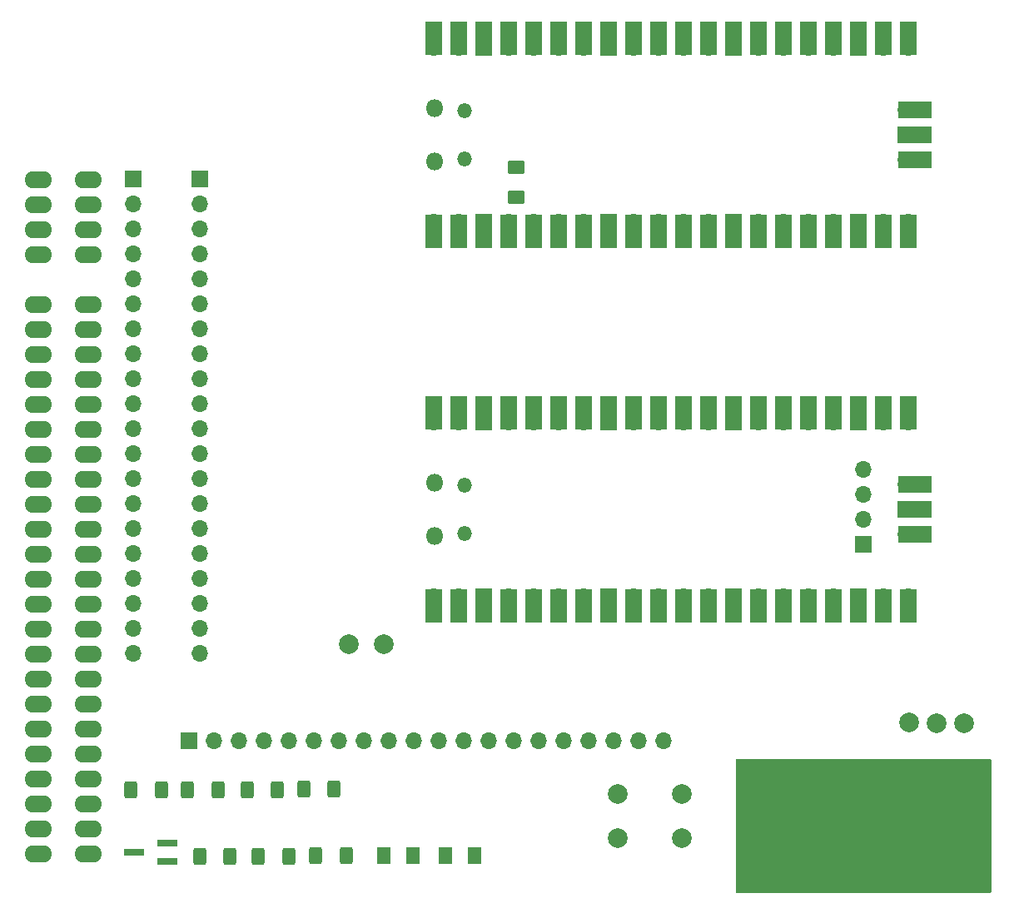
<source format=gbs>
%TF.GenerationSoftware,KiCad,Pcbnew,6.0.11-2627ca5db0~126~ubuntu22.04.1*%
%TF.CreationDate,2024-03-13T14:52:50+00:00*%
%TF.ProjectId,zx-spectrum-diagnostics,7a782d73-7065-4637-9472-756d2d646961,1.2*%
%TF.SameCoordinates,Original*%
%TF.FileFunction,Soldermask,Bot*%
%TF.FilePolarity,Negative*%
%FSLAX46Y46*%
G04 Gerber Fmt 4.6, Leading zero omitted, Abs format (unit mm)*
G04 Created by KiCad (PCBNEW 6.0.11-2627ca5db0~126~ubuntu22.04.1) date 2024-03-13 14:52:50*
%MOMM*%
%LPD*%
G01*
G04 APERTURE LIST*
G04 Aperture macros list*
%AMRoundRect*
0 Rectangle with rounded corners*
0 $1 Rounding radius*
0 $2 $3 $4 $5 $6 $7 $8 $9 X,Y pos of 4 corners*
0 Add a 4 corners polygon primitive as box body*
4,1,4,$2,$3,$4,$5,$6,$7,$8,$9,$2,$3,0*
0 Add four circle primitives for the rounded corners*
1,1,$1+$1,$2,$3*
1,1,$1+$1,$4,$5*
1,1,$1+$1,$6,$7*
1,1,$1+$1,$8,$9*
0 Add four rect primitives between the rounded corners*
20,1,$1+$1,$2,$3,$4,$5,0*
20,1,$1+$1,$4,$5,$6,$7,0*
20,1,$1+$1,$6,$7,$8,$9,0*
20,1,$1+$1,$8,$9,$2,$3,0*%
G04 Aperture macros list end*
%ADD10C,2.000000*%
%ADD11R,1.700000X1.700000*%
%ADD12O,1.700000X1.700000*%
%ADD13O,2.800000X1.727200*%
%ADD14RoundRect,0.250000X-0.400000X-0.625000X0.400000X-0.625000X0.400000X0.625000X-0.400000X0.625000X0*%
%ADD15RoundRect,0.250000X0.400000X0.625000X-0.400000X0.625000X-0.400000X-0.625000X0.400000X-0.625000X0*%
%ADD16R,2.000000X0.650000*%
%ADD17RoundRect,0.250001X0.462499X0.624999X-0.462499X0.624999X-0.462499X-0.624999X0.462499X-0.624999X0*%
%ADD18RoundRect,0.250001X0.624999X-0.462499X0.624999X0.462499X-0.624999X0.462499X-0.624999X-0.462499X0*%
%ADD19O,1.800000X1.800000*%
%ADD20O,1.500000X1.500000*%
%ADD21R,1.700000X3.500000*%
%ADD22R,3.500000X1.700000*%
G04 APERTURE END LIST*
D10*
%TO.C,*%
X109220000Y-128778000D03*
%TD*%
%TO.C,*%
X166270000Y-136750000D03*
%TD*%
%TO.C,*%
X171850000Y-136810000D03*
%TD*%
D11*
%TO.C,J101*%
X161544000Y-118608000D03*
D12*
X161544000Y-116068000D03*
X161544000Y-113528000D03*
X161544000Y-110988000D03*
%TD*%
D10*
%TO.C,SW101*%
X143138000Y-148524000D03*
X136638000Y-148524000D03*
X136638000Y-144024000D03*
X143138000Y-144024000D03*
%TD*%
D13*
%TO.C,Z101*%
X82738000Y-81504000D03*
X82738000Y-84044000D03*
X82738000Y-86584000D03*
X82738000Y-89124000D03*
X82738000Y-94204000D03*
X82738000Y-96744000D03*
X82738000Y-99284000D03*
X82738000Y-101824000D03*
X82738000Y-104364000D03*
X82738000Y-106904000D03*
X82738000Y-109444000D03*
X82738000Y-111984000D03*
X82738000Y-114524000D03*
X82738000Y-117064000D03*
X82738000Y-119604000D03*
X82738000Y-122144000D03*
X82738000Y-124684000D03*
X82738000Y-127224000D03*
X82738000Y-129764000D03*
X82738000Y-132304000D03*
X82738000Y-134844000D03*
X82738000Y-137384000D03*
X82738000Y-139924000D03*
X82738000Y-142464000D03*
X82738000Y-145004000D03*
X82738000Y-147544000D03*
X82738000Y-150084000D03*
X77658000Y-81504000D03*
X77658000Y-84044000D03*
X77658000Y-86584000D03*
X77658000Y-89124000D03*
X77658000Y-94204000D03*
X77658000Y-96744000D03*
X77658000Y-99284000D03*
X77658000Y-101824000D03*
X77658000Y-104364000D03*
X77658000Y-106904000D03*
X77658000Y-109444000D03*
X77658000Y-111984000D03*
X77658000Y-114524000D03*
X77658000Y-117064000D03*
X77658000Y-119604000D03*
X77658000Y-122144000D03*
X77658000Y-124684000D03*
X77658000Y-127224000D03*
X77658000Y-129764000D03*
X77658000Y-132304000D03*
X77658000Y-134844000D03*
X77658000Y-137384000D03*
X77658000Y-139924000D03*
X77658000Y-142464000D03*
X77658000Y-145004000D03*
X77658000Y-147544000D03*
X77658000Y-150084000D03*
%TD*%
D10*
%TO.C,*%
X169050000Y-136800000D03*
%TD*%
%TO.C,*%
X112776000Y-128778000D03*
%TD*%
D11*
%TO.C,J203*%
X87285000Y-81470000D03*
D12*
X87285000Y-84010000D03*
X87285000Y-86550000D03*
X87285000Y-89090000D03*
X87285000Y-91630000D03*
X87285000Y-94170000D03*
X87285000Y-96710000D03*
X87285000Y-99250000D03*
X87285000Y-101790000D03*
X87285000Y-104330000D03*
X87285000Y-106870000D03*
X87285000Y-109410000D03*
X87285000Y-111950000D03*
X87285000Y-114490000D03*
X87285000Y-117030000D03*
X87285000Y-119570000D03*
X87285000Y-122110000D03*
X87285000Y-124650000D03*
X87285000Y-127190000D03*
X87285000Y-129730000D03*
%TD*%
D14*
%TO.C,R106*%
X92820000Y-143560000D03*
X95920000Y-143560000D03*
%TD*%
D15*
%TO.C,R101*%
X103140000Y-150330000D03*
X100040000Y-150330000D03*
%TD*%
D11*
%TO.C,J202*%
X92990000Y-138565000D03*
D12*
X95530000Y-138565000D03*
X98070000Y-138565000D03*
X100610000Y-138565000D03*
X103150000Y-138565000D03*
X105690000Y-138565000D03*
X108230000Y-138565000D03*
X110770000Y-138565000D03*
X113310000Y-138565000D03*
X115850000Y-138565000D03*
X118390000Y-138565000D03*
X120930000Y-138565000D03*
X123470000Y-138565000D03*
X126010000Y-138565000D03*
X128550000Y-138565000D03*
X131090000Y-138565000D03*
X133630000Y-138565000D03*
X136170000Y-138565000D03*
X138710000Y-138565000D03*
X141250000Y-138565000D03*
%TD*%
D16*
%TO.C,Q101*%
X90790000Y-148980000D03*
X90790000Y-150880000D03*
X87370000Y-149930000D03*
%TD*%
D17*
%TO.C,D102*%
X115747500Y-150290000D03*
X112772500Y-150290000D03*
%TD*%
D14*
%TO.C,R102*%
X105900000Y-150320000D03*
X109000000Y-150320000D03*
%TD*%
D15*
%TO.C,R103*%
X101990000Y-143590000D03*
X98890000Y-143590000D03*
%TD*%
%TO.C,R107*%
X97170000Y-150370000D03*
X94070000Y-150370000D03*
%TD*%
D18*
%TO.C,D101*%
X126238000Y-83275500D03*
X126238000Y-80300500D03*
%TD*%
D19*
%TO.C,U102*%
X117986000Y-74237000D03*
D20*
X121016000Y-79387000D03*
X121016000Y-74537000D03*
D19*
X117986000Y-79687000D03*
D21*
X117856000Y-67172000D03*
D12*
X117856000Y-68072000D03*
X120396000Y-68072000D03*
D21*
X120396000Y-67172000D03*
D11*
X122936000Y-68072000D03*
D21*
X122936000Y-67172000D03*
X125476000Y-67172000D03*
D12*
X125476000Y-68072000D03*
D21*
X128016000Y-67172000D03*
D12*
X128016000Y-68072000D03*
D21*
X130556000Y-67172000D03*
D12*
X130556000Y-68072000D03*
X133096000Y-68072000D03*
D21*
X133096000Y-67172000D03*
X135636000Y-67172000D03*
D11*
X135636000Y-68072000D03*
D12*
X138176000Y-68072000D03*
D21*
X138176000Y-67172000D03*
D12*
X140716000Y-68072000D03*
D21*
X140716000Y-67172000D03*
D12*
X143256000Y-68072000D03*
D21*
X143256000Y-67172000D03*
X145796000Y-67172000D03*
D12*
X145796000Y-68072000D03*
D11*
X148336000Y-68072000D03*
D21*
X148336000Y-67172000D03*
X150876000Y-67172000D03*
D12*
X150876000Y-68072000D03*
D21*
X153416000Y-67172000D03*
D12*
X153416000Y-68072000D03*
D21*
X155956000Y-67172000D03*
D12*
X155956000Y-68072000D03*
X158496000Y-68072000D03*
D21*
X158496000Y-67172000D03*
D11*
X161036000Y-68072000D03*
D21*
X161036000Y-67172000D03*
D12*
X163576000Y-68072000D03*
D21*
X163576000Y-67172000D03*
X166116000Y-67172000D03*
D12*
X166116000Y-68072000D03*
X166116000Y-85852000D03*
D21*
X166116000Y-86752000D03*
D12*
X163576000Y-85852000D03*
D21*
X163576000Y-86752000D03*
X161036000Y-86752000D03*
D11*
X161036000Y-85852000D03*
D21*
X158496000Y-86752000D03*
D12*
X158496000Y-85852000D03*
D21*
X155956000Y-86752000D03*
D12*
X155956000Y-85852000D03*
D21*
X153416000Y-86752000D03*
D12*
X153416000Y-85852000D03*
D21*
X150876000Y-86752000D03*
D12*
X150876000Y-85852000D03*
D11*
X148336000Y-85852000D03*
D21*
X148336000Y-86752000D03*
D12*
X145796000Y-85852000D03*
D21*
X145796000Y-86752000D03*
D12*
X143256000Y-85852000D03*
D21*
X143256000Y-86752000D03*
X140716000Y-86752000D03*
D12*
X140716000Y-85852000D03*
X138176000Y-85852000D03*
D21*
X138176000Y-86752000D03*
X135636000Y-86752000D03*
D11*
X135636000Y-85852000D03*
D12*
X133096000Y-85852000D03*
D21*
X133096000Y-86752000D03*
D12*
X130556000Y-85852000D03*
D21*
X130556000Y-86752000D03*
X128016000Y-86752000D03*
D12*
X128016000Y-85852000D03*
X125476000Y-85852000D03*
D21*
X125476000Y-86752000D03*
X122936000Y-86752000D03*
D11*
X122936000Y-85852000D03*
D21*
X120396000Y-86752000D03*
D12*
X120396000Y-85852000D03*
X117856000Y-85852000D03*
D21*
X117856000Y-86752000D03*
D12*
X165886000Y-74422000D03*
D22*
X166786000Y-74422000D03*
D11*
X165886000Y-76962000D03*
D22*
X166786000Y-76962000D03*
X166786000Y-79502000D03*
D12*
X165886000Y-79502000D03*
%TD*%
D17*
%TO.C,D103*%
X122057500Y-150270000D03*
X119082500Y-150270000D03*
%TD*%
D19*
%TO.C,U101*%
X117986000Y-112337000D03*
D20*
X121016000Y-117487000D03*
X121016000Y-112637000D03*
D19*
X117986000Y-117787000D03*
D21*
X117856000Y-105272000D03*
D12*
X117856000Y-106172000D03*
D21*
X120396000Y-105272000D03*
D12*
X120396000Y-106172000D03*
D21*
X122936000Y-105272000D03*
D11*
X122936000Y-106172000D03*
D12*
X125476000Y-106172000D03*
D21*
X125476000Y-105272000D03*
X128016000Y-105272000D03*
D12*
X128016000Y-106172000D03*
X130556000Y-106172000D03*
D21*
X130556000Y-105272000D03*
D12*
X133096000Y-106172000D03*
D21*
X133096000Y-105272000D03*
X135636000Y-105272000D03*
D11*
X135636000Y-106172000D03*
D21*
X138176000Y-105272000D03*
D12*
X138176000Y-106172000D03*
X140716000Y-106172000D03*
D21*
X140716000Y-105272000D03*
X143256000Y-105272000D03*
D12*
X143256000Y-106172000D03*
X145796000Y-106172000D03*
D21*
X145796000Y-105272000D03*
X148336000Y-105272000D03*
D11*
X148336000Y-106172000D03*
D21*
X150876000Y-105272000D03*
D12*
X150876000Y-106172000D03*
D21*
X153416000Y-105272000D03*
D12*
X153416000Y-106172000D03*
D21*
X155956000Y-105272000D03*
D12*
X155956000Y-106172000D03*
D21*
X158496000Y-105272000D03*
D12*
X158496000Y-106172000D03*
D21*
X161036000Y-105272000D03*
D11*
X161036000Y-106172000D03*
D12*
X163576000Y-106172000D03*
D21*
X163576000Y-105272000D03*
X166116000Y-105272000D03*
D12*
X166116000Y-106172000D03*
X166116000Y-123952000D03*
D21*
X166116000Y-124852000D03*
D12*
X163576000Y-123952000D03*
D21*
X163576000Y-124852000D03*
X161036000Y-124852000D03*
D11*
X161036000Y-123952000D03*
D12*
X158496000Y-123952000D03*
D21*
X158496000Y-124852000D03*
D12*
X155956000Y-123952000D03*
D21*
X155956000Y-124852000D03*
D12*
X153416000Y-123952000D03*
D21*
X153416000Y-124852000D03*
D12*
X150876000Y-123952000D03*
D21*
X150876000Y-124852000D03*
D11*
X148336000Y-123952000D03*
D21*
X148336000Y-124852000D03*
D12*
X145796000Y-123952000D03*
D21*
X145796000Y-124852000D03*
X143256000Y-124852000D03*
D12*
X143256000Y-123952000D03*
D21*
X140716000Y-124852000D03*
D12*
X140716000Y-123952000D03*
X138176000Y-123952000D03*
D21*
X138176000Y-124852000D03*
X135636000Y-124852000D03*
D11*
X135636000Y-123952000D03*
D21*
X133096000Y-124852000D03*
D12*
X133096000Y-123952000D03*
D21*
X130556000Y-124852000D03*
D12*
X130556000Y-123952000D03*
D21*
X128016000Y-124852000D03*
D12*
X128016000Y-123952000D03*
D21*
X125476000Y-124852000D03*
D12*
X125476000Y-123952000D03*
D11*
X122936000Y-123952000D03*
D21*
X122936000Y-124852000D03*
D12*
X120396000Y-123952000D03*
D21*
X120396000Y-124852000D03*
D12*
X117856000Y-123952000D03*
D21*
X117856000Y-124852000D03*
D12*
X165886000Y-112522000D03*
D22*
X166786000Y-112522000D03*
X166786000Y-115062000D03*
D11*
X165886000Y-115062000D03*
D22*
X166786000Y-117602000D03*
D12*
X165886000Y-117602000D03*
%TD*%
D14*
%TO.C,R104*%
X104650000Y-143530000D03*
X107750000Y-143530000D03*
%TD*%
D15*
%TO.C,R105*%
X90180000Y-143550000D03*
X87080000Y-143550000D03*
%TD*%
D11*
%TO.C,J201*%
X94090000Y-81430000D03*
D12*
X94090000Y-83970000D03*
X94090000Y-86510000D03*
X94090000Y-89050000D03*
X94090000Y-91590000D03*
X94090000Y-94130000D03*
X94090000Y-96670000D03*
X94090000Y-99210000D03*
X94090000Y-101750000D03*
X94090000Y-104290000D03*
X94090000Y-106830000D03*
X94090000Y-109370000D03*
X94090000Y-111910000D03*
X94090000Y-114450000D03*
X94090000Y-116990000D03*
X94090000Y-119530000D03*
X94090000Y-122070000D03*
X94090000Y-124610000D03*
X94090000Y-127150000D03*
X94090000Y-129690000D03*
%TD*%
G36*
X174552121Y-140482002D02*
G01*
X174598614Y-140535658D01*
X174610000Y-140588000D01*
X174610000Y-153924000D01*
X174589998Y-153992121D01*
X174536342Y-154038614D01*
X174484000Y-154050000D01*
X148716000Y-154050000D01*
X148647879Y-154029998D01*
X148601386Y-153976342D01*
X148590000Y-153924000D01*
X148590000Y-140588000D01*
X148610002Y-140519879D01*
X148663658Y-140473386D01*
X148716000Y-140462000D01*
X174484000Y-140462000D01*
X174552121Y-140482002D01*
G37*
M02*

</source>
